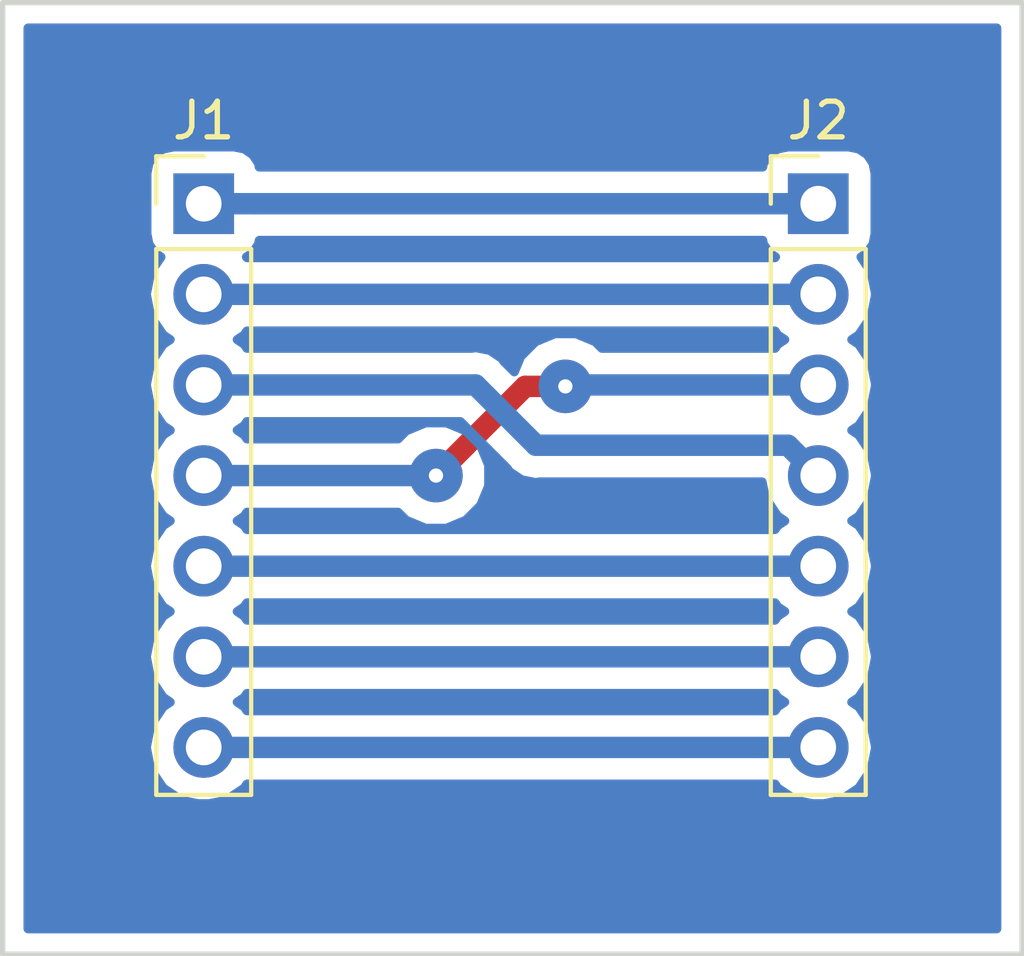
<source format=kicad_pcb>
(kicad_pcb (version 20171130) (host pcbnew 5.0.2-bee76a0~70~ubuntu16.04.1)

  (general
    (thickness 1.6)
    (drawings 5)
    (tracks 17)
    (zones 0)
    (modules 2)
    (nets 8)
  )

  (page A4)
  (layers
    (0 F.Cu signal)
    (31 B.Cu signal)
    (32 B.Adhes user)
    (33 F.Adhes user)
    (34 B.Paste user)
    (35 F.Paste user)
    (36 B.SilkS user)
    (37 F.SilkS user)
    (38 B.Mask user)
    (39 F.Mask user)
    (40 Dwgs.User user)
    (41 Cmts.User user)
    (42 Eco1.User user)
    (43 Eco2.User user)
    (44 Edge.Cuts user)
    (45 Margin user)
    (46 B.CrtYd user)
    (47 F.CrtYd user)
    (48 B.Fab user)
    (49 F.Fab user)
  )

  (setup
    (last_trace_width 0.6)
    (trace_clearance 0.6)
    (zone_clearance 0.508)
    (zone_45_only no)
    (trace_min 0.2)
    (segment_width 0.2)
    (edge_width 0.15)
    (via_size 1.5)
    (via_drill 0.4)
    (via_min_size 0.4)
    (via_min_drill 0.3)
    (uvia_size 0.3)
    (uvia_drill 0.1)
    (uvias_allowed no)
    (uvia_min_size 0.2)
    (uvia_min_drill 0.1)
    (pcb_text_width 0.3)
    (pcb_text_size 1.5 1.5)
    (mod_edge_width 0.15)
    (mod_text_size 1 1)
    (mod_text_width 0.15)
    (pad_size 1.524 1.524)
    (pad_drill 0.762)
    (pad_to_mask_clearance 0.051)
    (solder_mask_min_width 0.25)
    (aux_axis_origin 0 0)
    (visible_elements FFFFFF7F)
    (pcbplotparams
      (layerselection 0x010fc_ffffffff)
      (usegerberextensions false)
      (usegerberattributes false)
      (usegerberadvancedattributes false)
      (creategerberjobfile false)
      (excludeedgelayer true)
      (linewidth 0.100000)
      (plotframeref false)
      (viasonmask false)
      (mode 1)
      (useauxorigin false)
      (hpglpennumber 1)
      (hpglpenspeed 20)
      (hpglpendiameter 15.000000)
      (psnegative false)
      (psa4output false)
      (plotreference true)
      (plotvalue true)
      (plotinvisibletext false)
      (padsonsilk false)
      (subtractmaskfromsilk false)
      (outputformat 1)
      (mirror false)
      (drillshape 1)
      (scaleselection 1)
      (outputdirectory ""))
  )

  (net 0 "")
  (net 1 "Net-(J1-Pad1)")
  (net 2 "Net-(J1-Pad2)")
  (net 3 "Net-(J1-Pad3)")
  (net 4 "Net-(J1-Pad4)")
  (net 5 "Net-(J1-Pad5)")
  (net 6 "Net-(J1-Pad6)")
  (net 7 "Net-(J1-Pad7)")

  (net_class Default "This is the default net class."
    (clearance 0.6)
    (trace_width 0.6)
    (via_dia 1.5)
    (via_drill 0.4)
    (uvia_dia 0.3)
    (uvia_drill 0.1)
    (add_net "Net-(J1-Pad1)")
    (add_net "Net-(J1-Pad2)")
    (add_net "Net-(J1-Pad3)")
    (add_net "Net-(J1-Pad4)")
    (add_net "Net-(J1-Pad5)")
    (add_net "Net-(J1-Pad6)")
    (add_net "Net-(J1-Pad7)")
  )

  (module Pin_Headers:Pin_Header_Straight_1x07_Pitch2.54mm (layer F.Cu) (tedit 59650532) (tstamp 5C192237)
    (at 177.085001 93.265001)
    (descr "Through hole straight pin header, 1x07, 2.54mm pitch, single row")
    (tags "Through hole pin header THT 1x07 2.54mm single row")
    (path /5C191FC4)
    (fp_text reference J1 (at 0 -2.33) (layer F.SilkS)
      (effects (font (size 1 1) (thickness 0.15)))
    )
    (fp_text value Conn_01x07 (at 0 17.57) (layer F.Fab)
      (effects (font (size 1 1) (thickness 0.15)))
    )
    (fp_line (start -0.635 -1.27) (end 1.27 -1.27) (layer F.Fab) (width 0.1))
    (fp_line (start 1.27 -1.27) (end 1.27 16.51) (layer F.Fab) (width 0.1))
    (fp_line (start 1.27 16.51) (end -1.27 16.51) (layer F.Fab) (width 0.1))
    (fp_line (start -1.27 16.51) (end -1.27 -0.635) (layer F.Fab) (width 0.1))
    (fp_line (start -1.27 -0.635) (end -0.635 -1.27) (layer F.Fab) (width 0.1))
    (fp_line (start -1.33 16.57) (end 1.33 16.57) (layer F.SilkS) (width 0.12))
    (fp_line (start -1.33 1.27) (end -1.33 16.57) (layer F.SilkS) (width 0.12))
    (fp_line (start 1.33 1.27) (end 1.33 16.57) (layer F.SilkS) (width 0.12))
    (fp_line (start -1.33 1.27) (end 1.33 1.27) (layer F.SilkS) (width 0.12))
    (fp_line (start -1.33 0) (end -1.33 -1.33) (layer F.SilkS) (width 0.12))
    (fp_line (start -1.33 -1.33) (end 0 -1.33) (layer F.SilkS) (width 0.12))
    (fp_line (start -1.8 -1.8) (end -1.8 17.05) (layer F.CrtYd) (width 0.05))
    (fp_line (start -1.8 17.05) (end 1.8 17.05) (layer F.CrtYd) (width 0.05))
    (fp_line (start 1.8 17.05) (end 1.8 -1.8) (layer F.CrtYd) (width 0.05))
    (fp_line (start 1.8 -1.8) (end -1.8 -1.8) (layer F.CrtYd) (width 0.05))
    (fp_text user %R (at 0 7.62 90) (layer F.Fab)
      (effects (font (size 1 1) (thickness 0.15)))
    )
    (pad 1 thru_hole rect (at 0 0) (size 1.7 1.7) (drill 1) (layers *.Cu *.Mask)
      (net 1 "Net-(J1-Pad1)"))
    (pad 2 thru_hole oval (at 0 2.54) (size 1.7 1.7) (drill 1) (layers *.Cu *.Mask)
      (net 2 "Net-(J1-Pad2)"))
    (pad 3 thru_hole oval (at 0 5.08) (size 1.7 1.7) (drill 1) (layers *.Cu *.Mask)
      (net 3 "Net-(J1-Pad3)"))
    (pad 4 thru_hole oval (at 0 7.62) (size 1.7 1.7) (drill 1) (layers *.Cu *.Mask)
      (net 4 "Net-(J1-Pad4)"))
    (pad 5 thru_hole oval (at 0 10.16) (size 1.7 1.7) (drill 1) (layers *.Cu *.Mask)
      (net 5 "Net-(J1-Pad5)"))
    (pad 6 thru_hole oval (at 0 12.7) (size 1.7 1.7) (drill 1) (layers *.Cu *.Mask)
      (net 6 "Net-(J1-Pad6)"))
    (pad 7 thru_hole oval (at 0 15.24) (size 1.7 1.7) (drill 1) (layers *.Cu *.Mask)
      (net 7 "Net-(J1-Pad7)"))
    (model ${KISYS3DMOD}/Pin_Headers.3dshapes/Pin_Header_Straight_1x07_Pitch2.54mm.wrl
      (at (xyz 0 0 0))
      (scale (xyz 1 1 1))
      (rotate (xyz 0 0 0))
    )
  )

  (module Pin_Headers:Pin_Header_Straight_1x07_Pitch2.54mm (layer F.Cu) (tedit 59650532) (tstamp 5C192252)
    (at 194.31 93.265001)
    (descr "Through hole straight pin header, 1x07, 2.54mm pitch, single row")
    (tags "Through hole pin header THT 1x07 2.54mm single row")
    (path /5C191F8C)
    (fp_text reference J2 (at 0 -2.33) (layer F.SilkS)
      (effects (font (size 1 1) (thickness 0.15)))
    )
    (fp_text value Conn_01x07 (at 0 17.57) (layer F.Fab)
      (effects (font (size 1 1) (thickness 0.15)))
    )
    (fp_text user %R (at 0 7.62 90) (layer F.Fab)
      (effects (font (size 1 1) (thickness 0.15)))
    )
    (fp_line (start 1.8 -1.8) (end -1.8 -1.8) (layer F.CrtYd) (width 0.05))
    (fp_line (start 1.8 17.05) (end 1.8 -1.8) (layer F.CrtYd) (width 0.05))
    (fp_line (start -1.8 17.05) (end 1.8 17.05) (layer F.CrtYd) (width 0.05))
    (fp_line (start -1.8 -1.8) (end -1.8 17.05) (layer F.CrtYd) (width 0.05))
    (fp_line (start -1.33 -1.33) (end 0 -1.33) (layer F.SilkS) (width 0.12))
    (fp_line (start -1.33 0) (end -1.33 -1.33) (layer F.SilkS) (width 0.12))
    (fp_line (start -1.33 1.27) (end 1.33 1.27) (layer F.SilkS) (width 0.12))
    (fp_line (start 1.33 1.27) (end 1.33 16.57) (layer F.SilkS) (width 0.12))
    (fp_line (start -1.33 1.27) (end -1.33 16.57) (layer F.SilkS) (width 0.12))
    (fp_line (start -1.33 16.57) (end 1.33 16.57) (layer F.SilkS) (width 0.12))
    (fp_line (start -1.27 -0.635) (end -0.635 -1.27) (layer F.Fab) (width 0.1))
    (fp_line (start -1.27 16.51) (end -1.27 -0.635) (layer F.Fab) (width 0.1))
    (fp_line (start 1.27 16.51) (end -1.27 16.51) (layer F.Fab) (width 0.1))
    (fp_line (start 1.27 -1.27) (end 1.27 16.51) (layer F.Fab) (width 0.1))
    (fp_line (start -0.635 -1.27) (end 1.27 -1.27) (layer F.Fab) (width 0.1))
    (pad 7 thru_hole oval (at 0 15.24) (size 1.7 1.7) (drill 1) (layers *.Cu *.Mask)
      (net 7 "Net-(J1-Pad7)"))
    (pad 6 thru_hole oval (at 0 12.7) (size 1.7 1.7) (drill 1) (layers *.Cu *.Mask)
      (net 6 "Net-(J1-Pad6)"))
    (pad 5 thru_hole oval (at 0 10.16) (size 1.7 1.7) (drill 1) (layers *.Cu *.Mask)
      (net 5 "Net-(J1-Pad5)"))
    (pad 4 thru_hole oval (at 0 7.62) (size 1.7 1.7) (drill 1) (layers *.Cu *.Mask)
      (net 3 "Net-(J1-Pad3)"))
    (pad 3 thru_hole oval (at 0 5.08) (size 1.7 1.7) (drill 1) (layers *.Cu *.Mask)
      (net 4 "Net-(J1-Pad4)"))
    (pad 2 thru_hole oval (at 0 2.54) (size 1.7 1.7) (drill 1) (layers *.Cu *.Mask)
      (net 2 "Net-(J1-Pad2)"))
    (pad 1 thru_hole rect (at 0 0) (size 1.7 1.7) (drill 1) (layers *.Cu *.Mask)
      (net 1 "Net-(J1-Pad1)"))
    (model ${KISYS3DMOD}/Pin_Headers.3dshapes/Pin_Header_Straight_1x07_Pitch2.54mm.wrl
      (at (xyz 0 0 0))
      (scale (xyz 1 1 1))
      (rotate (xyz 0 0 0))
    )
  )

  (gr_line (start 171.45 114.3) (end 171.45 87.63) (layer Edge.Cuts) (width 0.15))
  (gr_line (start 200.025 114.3) (end 171.45 114.3) (layer Edge.Cuts) (width 0.15))
  (gr_line (start 200.025 87.63) (end 200.025 114.3) (layer Edge.Cuts) (width 0.15))
  (gr_line (start 199.39 87.63) (end 200.025 87.63) (layer Edge.Cuts) (width 0.15))
  (gr_line (start 171.45 87.63) (end 199.39 87.63) (layer Edge.Cuts) (width 0.15))

  (segment (start 178.535001 93.265001) (end 194.31 93.265001) (width 0.6) (layer B.Cu) (net 1))
  (segment (start 177.085001 93.265001) (end 178.535001 93.265001) (width 0.6) (layer B.Cu) (net 1))
  (segment (start 177.085001 95.805001) (end 194.31 95.805001) (width 0.6) (layer B.Cu) (net 2))
  (segment (start 193.460001 100.035002) (end 186.395002 100.035002) (width 0.6) (layer B.Cu) (net 3))
  (segment (start 194.31 100.885001) (end 193.460001 100.035002) (width 0.6) (layer B.Cu) (net 3))
  (segment (start 184.705001 98.345001) (end 177.085001 98.345001) (width 0.6) (layer B.Cu) (net 3))
  (segment (start 186.395002 100.035002) (end 184.705001 98.345001) (width 0.6) (layer B.Cu) (net 3))
  (segment (start 177.085001 100.885001) (end 183.594999 100.885001) (width 0.6) (layer B.Cu) (net 4))
  (via (at 187.221727 98.385002) (size 1.5) (drill 0.4) (layers F.Cu B.Cu) (net 4))
  (segment (start 187.261728 98.345001) (end 187.221727 98.385002) (width 0.6) (layer B.Cu) (net 4))
  (segment (start 194.31 98.345001) (end 187.261728 98.345001) (width 0.6) (layer B.Cu) (net 4))
  (segment (start 186.094998 98.385002) (end 183.594999 100.885001) (width 0.6) (layer F.Cu) (net 4))
  (via (at 183.594999 100.885001) (size 1.5) (drill 0.4) (layers F.Cu B.Cu) (net 4))
  (segment (start 187.221727 98.385002) (end 186.094998 98.385002) (width 0.6) (layer F.Cu) (net 4))
  (segment (start 177.085001 103.425001) (end 194.31 103.425001) (width 0.6) (layer B.Cu) (net 5))
  (segment (start 177.085001 105.965001) (end 194.31 105.965001) (width 0.6) (layer B.Cu) (net 6))
  (segment (start 177.085001 108.505001) (end 194.31 108.505001) (width 0.6) (layer B.Cu) (net 7))

  (zone (net 0) (net_name "") (layer B.Cu) (tstamp 0) (hatch edge 0.508)
    (connect_pads (clearance 0.508))
    (min_thickness 0.254)
    (fill yes (arc_segments 16) (thermal_gap 0.508) (thermal_bridge_width 0.508))
    (polygon
      (pts
        (xy 171.45 87.63) (xy 200.025 87.63) (xy 200.025 114.3) (xy 171.45 114.3)
      )
    )
    (filled_polygon
      (pts
        (xy 199.315001 113.59) (xy 172.16 113.59) (xy 172.16 95.805001) (xy 175.477106 95.805001) (xy 175.5995 96.420316)
        (xy 175.948048 96.941954) (xy 176.147167 97.075001) (xy 175.948048 97.208048) (xy 175.5995 97.729686) (xy 175.477106 98.345001)
        (xy 175.5995 98.960316) (xy 175.948048 99.481954) (xy 176.147167 99.615001) (xy 175.948048 99.748048) (xy 175.5995 100.269686)
        (xy 175.477106 100.885001) (xy 175.5995 101.500316) (xy 175.948048 102.021954) (xy 176.147167 102.155001) (xy 175.948048 102.288048)
        (xy 175.5995 102.809686) (xy 175.477106 103.425001) (xy 175.5995 104.040316) (xy 175.948048 104.561954) (xy 176.147167 104.695001)
        (xy 175.948048 104.828048) (xy 175.5995 105.349686) (xy 175.477106 105.965001) (xy 175.5995 106.580316) (xy 175.948048 107.101954)
        (xy 176.147167 107.235001) (xy 175.948048 107.368048) (xy 175.5995 107.889686) (xy 175.477106 108.505001) (xy 175.5995 109.120316)
        (xy 175.948048 109.641954) (xy 176.469686 109.990502) (xy 176.929682 110.082001) (xy 177.24032 110.082001) (xy 177.700316 109.990502)
        (xy 178.221954 109.641954) (xy 178.295422 109.532001) (xy 193.099579 109.532001) (xy 193.173047 109.641954) (xy 193.694685 109.990502)
        (xy 194.154681 110.082001) (xy 194.465319 110.082001) (xy 194.925315 109.990502) (xy 195.446953 109.641954) (xy 195.795501 109.120316)
        (xy 195.917895 108.505001) (xy 195.795501 107.889686) (xy 195.446953 107.368048) (xy 195.247834 107.235001) (xy 195.446953 107.101954)
        (xy 195.795501 106.580316) (xy 195.917895 105.965001) (xy 195.795501 105.349686) (xy 195.446953 104.828048) (xy 195.247834 104.695001)
        (xy 195.446953 104.561954) (xy 195.795501 104.040316) (xy 195.917895 103.425001) (xy 195.795501 102.809686) (xy 195.446953 102.288048)
        (xy 195.247834 102.155001) (xy 195.446953 102.021954) (xy 195.795501 101.500316) (xy 195.917895 100.885001) (xy 195.795501 100.269686)
        (xy 195.446953 99.748048) (xy 195.247834 99.615001) (xy 195.446953 99.481954) (xy 195.795501 98.960316) (xy 195.917895 98.345001)
        (xy 195.795501 97.729686) (xy 195.446953 97.208048) (xy 195.247834 97.075001) (xy 195.446953 96.941954) (xy 195.795501 96.420316)
        (xy 195.917895 95.805001) (xy 195.795501 95.189686) (xy 195.506807 94.757626) (xy 195.684137 94.639138) (xy 195.844818 94.398662)
        (xy 195.901242 94.115001) (xy 195.901242 92.415001) (xy 195.844818 92.13134) (xy 195.684137 91.890864) (xy 195.443661 91.730183)
        (xy 195.16 91.673759) (xy 193.46 91.673759) (xy 193.176339 91.730183) (xy 192.935863 91.890864) (xy 192.775182 92.13134)
        (xy 192.753966 92.238001) (xy 178.641035 92.238001) (xy 178.619819 92.13134) (xy 178.459138 91.890864) (xy 178.218662 91.730183)
        (xy 177.935001 91.673759) (xy 176.235001 91.673759) (xy 175.95134 91.730183) (xy 175.710864 91.890864) (xy 175.550183 92.13134)
        (xy 175.493759 92.415001) (xy 175.493759 94.115001) (xy 175.550183 94.398662) (xy 175.710864 94.639138) (xy 175.888194 94.757626)
        (xy 175.5995 95.189686) (xy 175.477106 95.805001) (xy 172.16 95.805001) (xy 172.16 88.34) (xy 199.315 88.34)
      )
    )
    (filled_polygon
      (pts
        (xy 193.173047 107.101954) (xy 193.372166 107.235001) (xy 193.173047 107.368048) (xy 193.099579 107.478001) (xy 178.295422 107.478001)
        (xy 178.221954 107.368048) (xy 178.022835 107.235001) (xy 178.221954 107.101954) (xy 178.295422 106.992001) (xy 193.099579 106.992001)
      )
    )
    (filled_polygon
      (pts
        (xy 193.173047 104.561954) (xy 193.372166 104.695001) (xy 193.173047 104.828048) (xy 193.099579 104.938001) (xy 178.295422 104.938001)
        (xy 178.221954 104.828048) (xy 178.022835 104.695001) (xy 178.221954 104.561954) (xy 178.295422 104.452001) (xy 193.099579 104.452001)
      )
    )
    (filled_polygon
      (pts
        (xy 185.597279 100.689677) (xy 185.654576 100.775428) (xy 185.740326 100.832724) (xy 185.994285 101.002414) (xy 185.994286 101.002414)
        (xy 185.994287 101.002415) (xy 186.293852 101.062002) (xy 186.395001 101.082122) (xy 186.49615 101.062002) (xy 192.737313 101.062002)
        (xy 192.824499 101.500316) (xy 193.173047 102.021954) (xy 193.372166 102.155001) (xy 193.173047 102.288048) (xy 193.099579 102.398001)
        (xy 178.295422 102.398001) (xy 178.221954 102.288048) (xy 178.022835 102.155001) (xy 178.221954 102.021954) (xy 178.295422 101.912001)
        (xy 182.533206 101.912001) (xy 182.758346 102.137141) (xy 183.301205 102.362001) (xy 183.888793 102.362001) (xy 184.431652 102.137141)
        (xy 184.847139 101.721654) (xy 185.071999 101.178795) (xy 185.071999 100.591207) (xy 184.847139 100.048348) (xy 184.431652 99.632861)
        (xy 183.888793 99.408001) (xy 183.301205 99.408001) (xy 182.758346 99.632861) (xy 182.533206 99.858001) (xy 178.295422 99.858001)
        (xy 178.221954 99.748048) (xy 178.022835 99.615001) (xy 178.221954 99.481954) (xy 178.295422 99.372001) (xy 184.279605 99.372001)
      )
    )
    (filled_polygon
      (pts
        (xy 193.173047 96.941954) (xy 193.372166 97.075001) (xy 193.173047 97.208048) (xy 193.099579 97.318001) (xy 188.243519 97.318001)
        (xy 188.05838 97.132862) (xy 187.515521 96.908002) (xy 186.927933 96.908002) (xy 186.385074 97.132862) (xy 185.969587 97.548349)
        (xy 185.791261 97.978865) (xy 185.502727 97.690331) (xy 185.445427 97.604575) (xy 185.105716 97.377588) (xy 184.806151 97.318001)
        (xy 184.80615 97.318001) (xy 184.705001 97.297881) (xy 184.603852 97.318001) (xy 178.295422 97.318001) (xy 178.221954 97.208048)
        (xy 178.022835 97.075001) (xy 178.221954 96.941954) (xy 178.295422 96.832001) (xy 193.099579 96.832001)
      )
    )
    (filled_polygon
      (pts
        (xy 192.775182 94.398662) (xy 192.935863 94.639138) (xy 193.113193 94.757626) (xy 193.099579 94.778001) (xy 178.295422 94.778001)
        (xy 178.281808 94.757626) (xy 178.459138 94.639138) (xy 178.619819 94.398662) (xy 178.641035 94.292001) (xy 192.753966 94.292001)
      )
    )
  )
)

</source>
